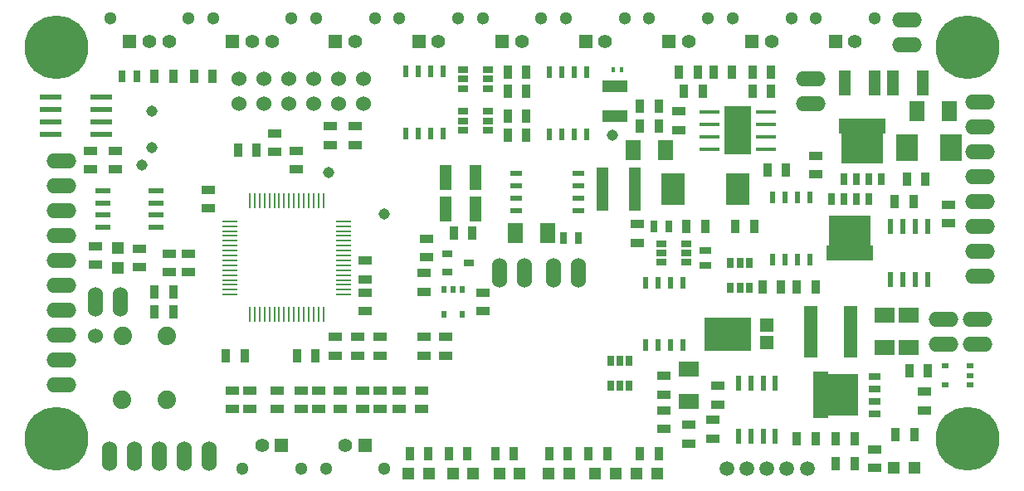
<source format=gts>
G04 (created by PCBNEW (2013-07-07 BZR 4022)-stable) date 1/13/2014 2:37:43 PM*
%MOIN*%
G04 Gerber Fmt 3.4, Leading zero omitted, Abs format*
%FSLAX34Y34*%
G01*
G70*
G90*
G04 APERTURE LIST*
%ADD10C,0.00590551*%
%ADD11O,0.12X0.06*%
%ADD12R,0.05X0.1*%
%ADD13R,0.08X0.06*%
%ADD14R,0.035X0.055*%
%ADD15R,0.055X0.035*%
%ADD16R,0.06X0.08*%
%ADD17R,0.0944882X0.125984*%
%ADD18R,0.0472X0.0472*%
%ADD19R,0.0551181X0.0551181*%
%ADD20C,0.0511811*%
%ADD21C,0.0551181*%
%ADD22O,0.06X0.12*%
%ADD23R,0.025X0.045*%
%ADD24C,0.06*%
%ADD25R,0.0562992X0.209843*%
%ADD26R,0.0464567X0.173228*%
%ADD27R,0.0866X0.0236*%
%ADD28R,0.059X0.011*%
%ADD29R,0.011X0.059*%
%ADD30R,0.1X0.05*%
%ADD31R,0.0157X0.0236*%
%ADD32R,0.03X0.02*%
%ADD33R,0.02X0.045*%
%ADD34C,0.0590551*%
%ADD35R,0.023622X0.0629921*%
%ADD36R,0.0629921X0.023622*%
%ADD37R,0.191339X0.132283*%
%ADD38C,0.255906*%
%ADD39R,0.0394X0.0315*%
%ADD40R,0.106299X0.192913*%
%ADD41C,0.023622*%
%ADD42C,0.0255906*%
%ADD43R,0.0846457X0.0177165*%
%ADD44R,0.185039X0.0590551*%
%ADD45R,0.165354X0.122047*%
%ADD46R,0.0275591X0.0452756*%
%ADD47R,0.02X0.03*%
%ADD48R,0.085X0.107992*%
%ADD49R,0.045X0.025*%
%ADD50C,0.074*%
%ADD51C,0.045*%
%ADD52R,0.0590551X0.185039*%
%ADD53R,0.122047X0.165354*%
%ADD54R,0.0452756X0.0275591*%
%ADD55R,0.045X0.02*%
%ADD56R,0.0394X0.0276*%
%ADD57R,0.0276X0.0394*%
G04 APERTURE END LIST*
G54D10*
G54D11*
X39566Y-12114D03*
X39566Y-11114D03*
G54D12*
X42850Y-11275D03*
X44050Y-11275D03*
G54D13*
X34645Y-22775D03*
X34645Y-24075D03*
G54D14*
X32695Y-12204D03*
X33445Y-12204D03*
X39745Y-25590D03*
X38995Y-25590D03*
G54D15*
X39763Y-14191D03*
X39763Y-14941D03*
X34251Y-13170D03*
X34251Y-12420D03*
G54D14*
X43522Y-22834D03*
X44272Y-22834D03*
G54D12*
X42125Y-11275D03*
X40925Y-11275D03*
G54D14*
X41319Y-25590D03*
X40569Y-25590D03*
X37813Y-14763D03*
X38563Y-14763D03*
X39745Y-19488D03*
X38995Y-19488D03*
G54D16*
X33720Y-13976D03*
X32420Y-13976D03*
G54D14*
X13207Y-20472D03*
X13957Y-20472D03*
G54D15*
X15354Y-16319D03*
X15354Y-15569D03*
X14566Y-18878D03*
X14566Y-18128D03*
G54D14*
X42932Y-16043D03*
X43682Y-16043D03*
X16062Y-22244D03*
X16812Y-22244D03*
G54D15*
X17027Y-23640D03*
X17027Y-24390D03*
X18110Y-23640D03*
X18110Y-24390D03*
X19094Y-23640D03*
X19094Y-24390D03*
G54D14*
X25215Y-17322D03*
X25965Y-17322D03*
G54D15*
X18011Y-13306D03*
X18011Y-14056D03*
G54D14*
X19666Y-22244D03*
X18916Y-22244D03*
G54D15*
X21555Y-23640D03*
X21555Y-24390D03*
X18897Y-13995D03*
X18897Y-14745D03*
X21653Y-18424D03*
X21653Y-19174D03*
X11614Y-14745D03*
X11614Y-13995D03*
X24015Y-19666D03*
X24015Y-18916D03*
G54D17*
X36614Y-15551D03*
X34015Y-15551D03*
G54D18*
X32559Y-26968D03*
X33385Y-26968D03*
X30886Y-26968D03*
X31712Y-26968D03*
X29842Y-26968D03*
X29016Y-26968D03*
X24231Y-26968D03*
X23405Y-26968D03*
X26003Y-26968D03*
X25177Y-26968D03*
X27873Y-26968D03*
X27047Y-26968D03*
X11712Y-17894D03*
X11712Y-18720D03*
G54D19*
X12204Y-9606D03*
G54D20*
X11417Y-8661D03*
G54D21*
X12992Y-9606D03*
X13779Y-9606D03*
G54D20*
X14566Y-8661D03*
G54D19*
X16338Y-9606D03*
G54D20*
X15551Y-8661D03*
G54D21*
X17125Y-9606D03*
X17913Y-9606D03*
G54D20*
X18700Y-8661D03*
X26377Y-8661D03*
G54D19*
X27165Y-9606D03*
G54D21*
X27952Y-9606D03*
G54D20*
X28740Y-8661D03*
X29724Y-8661D03*
G54D19*
X30511Y-9606D03*
G54D21*
X31299Y-9606D03*
G54D20*
X32086Y-8661D03*
X19685Y-8661D03*
G54D19*
X20472Y-9606D03*
G54D21*
X21259Y-9606D03*
G54D20*
X22047Y-8661D03*
X23031Y-8661D03*
G54D19*
X23818Y-9606D03*
G54D21*
X24606Y-9606D03*
G54D20*
X25393Y-8661D03*
X33070Y-8661D03*
G54D19*
X33858Y-9606D03*
G54D21*
X34645Y-9606D03*
G54D20*
X35433Y-8661D03*
X19094Y-26771D03*
G54D19*
X18307Y-25826D03*
G54D21*
X17519Y-25826D03*
G54D20*
X16732Y-26771D03*
X22440Y-26771D03*
G54D19*
X21653Y-25826D03*
G54D21*
X20866Y-25826D03*
G54D20*
X20078Y-26771D03*
G54D11*
X44881Y-21759D03*
X44881Y-20759D03*
X43425Y-8751D03*
X43425Y-9751D03*
G54D22*
X28059Y-18897D03*
X27059Y-18897D03*
X29224Y-18897D03*
X30224Y-18897D03*
G54D23*
X11904Y-11023D03*
X12504Y-11023D03*
G54D24*
X10826Y-21456D03*
G54D22*
X11818Y-20078D03*
X10818Y-20078D03*
G54D25*
X39566Y-21259D03*
X41157Y-21259D03*
G54D26*
X32480Y-15551D03*
X31177Y-15551D03*
G54D14*
X34270Y-10826D03*
X35020Y-10826D03*
G54D15*
X44133Y-23680D03*
X44133Y-24430D03*
X21653Y-20453D03*
X21653Y-19703D03*
G54D14*
X33445Y-12992D03*
X32695Y-12992D03*
X37284Y-17027D03*
X36534Y-17027D03*
X41319Y-26574D03*
X40569Y-26574D03*
X37973Y-10826D03*
X37223Y-10826D03*
G54D15*
X33661Y-24428D03*
X33661Y-25178D03*
G54D14*
X37973Y-11614D03*
X37223Y-11614D03*
X42965Y-25400D03*
X43715Y-25400D03*
G54D15*
X33661Y-23800D03*
X33661Y-23050D03*
X34645Y-25768D03*
X34645Y-25018D03*
X42125Y-26002D03*
X42125Y-26752D03*
X35629Y-25571D03*
X35629Y-24821D03*
G54D14*
X38367Y-19488D03*
X37617Y-19488D03*
X34467Y-11614D03*
X35217Y-11614D03*
X35648Y-10826D03*
X36398Y-10826D03*
X33445Y-26181D03*
X32695Y-26181D03*
G54D15*
X32578Y-17697D03*
X32578Y-16947D03*
G54D14*
X31378Y-26181D03*
X30628Y-26181D03*
X35315Y-17027D03*
X34565Y-17027D03*
X29054Y-26181D03*
X29804Y-26181D03*
X13957Y-19685D03*
X13207Y-19685D03*
G54D15*
X13779Y-18878D03*
X13779Y-18128D03*
G54D14*
X23443Y-26181D03*
X24193Y-26181D03*
X25018Y-26181D03*
X25768Y-26181D03*
X26888Y-26181D03*
X27638Y-26181D03*
X17304Y-13976D03*
X16554Y-13976D03*
X15532Y-11023D03*
X14782Y-11023D03*
X13207Y-11023D03*
X13957Y-11023D03*
G54D15*
X21259Y-13760D03*
X21259Y-13010D03*
X20275Y-13760D03*
X20275Y-13010D03*
X10629Y-14745D03*
X10629Y-13995D03*
X24015Y-21475D03*
X24015Y-22225D03*
X16338Y-23640D03*
X16338Y-24390D03*
X24901Y-21475D03*
X24901Y-22225D03*
X23917Y-23640D03*
X23917Y-24390D03*
X12598Y-17932D03*
X12598Y-18682D03*
X20669Y-24390D03*
X20669Y-23640D03*
X19783Y-23640D03*
X19783Y-24390D03*
X10826Y-18583D03*
X10826Y-17833D03*
G54D14*
X43424Y-15157D03*
X44174Y-15157D03*
G54D15*
X22244Y-23640D03*
X22244Y-24390D03*
G54D27*
X11073Y-13350D03*
X11073Y-12850D03*
X11073Y-12350D03*
X11073Y-11850D03*
X9027Y-11850D03*
X9027Y-12350D03*
X9027Y-12850D03*
X9027Y-13350D03*
G54D28*
X16220Y-16831D03*
X16220Y-17028D03*
X16220Y-17225D03*
X16220Y-17422D03*
X16220Y-17619D03*
X16220Y-17815D03*
X16220Y-18012D03*
X16220Y-18209D03*
X16220Y-18405D03*
X16220Y-18602D03*
X16220Y-18799D03*
X16220Y-18995D03*
X16220Y-19192D03*
X16220Y-19389D03*
X16220Y-19586D03*
X16220Y-19783D03*
G54D29*
X17027Y-20590D03*
X17224Y-20590D03*
X17421Y-20590D03*
X17618Y-20590D03*
X17815Y-20590D03*
X18011Y-20590D03*
X18208Y-20590D03*
X18405Y-20590D03*
X18601Y-20590D03*
X18798Y-20590D03*
X18995Y-20590D03*
X19191Y-20590D03*
X19388Y-20590D03*
X19585Y-20590D03*
X19782Y-20590D03*
X19979Y-20590D03*
G54D28*
X20786Y-19783D03*
X20786Y-19586D03*
X20786Y-19389D03*
X20786Y-19192D03*
X20786Y-18995D03*
X20786Y-18799D03*
X20786Y-18602D03*
X20786Y-18405D03*
X20786Y-18209D03*
X20786Y-18012D03*
X20786Y-17815D03*
X20786Y-17619D03*
X20786Y-17422D03*
X20786Y-17225D03*
X20786Y-17028D03*
X20786Y-16831D03*
G54D29*
X19979Y-16024D03*
X19782Y-16024D03*
X19585Y-16024D03*
X19388Y-16024D03*
X19191Y-16024D03*
X18995Y-16024D03*
X18798Y-16024D03*
X18601Y-16024D03*
X18405Y-16024D03*
X18208Y-16024D03*
X18011Y-16024D03*
X17815Y-16024D03*
X17618Y-16024D03*
X17421Y-16024D03*
X17224Y-16024D03*
X17027Y-16024D03*
G54D15*
X35826Y-23443D03*
X35826Y-24193D03*
G54D13*
X43503Y-20609D03*
X43503Y-21909D03*
X42519Y-20609D03*
X42519Y-21909D03*
G54D12*
X24892Y-15059D03*
X26092Y-15059D03*
X26092Y-16338D03*
X24892Y-16338D03*
G54D30*
X31692Y-11407D03*
X31692Y-12607D03*
G54D18*
X43733Y-26740D03*
X42907Y-26740D03*
G54D23*
X30221Y-17519D03*
X29621Y-17519D03*
G54D31*
X31968Y-10728D03*
X31614Y-10728D03*
G54D15*
X24114Y-18288D03*
X24114Y-17538D03*
G54D32*
X45972Y-23406D03*
X45972Y-22656D03*
X44972Y-23406D03*
X45972Y-23031D03*
X44972Y-22656D03*
G54D33*
X38029Y-15875D03*
X38529Y-15875D03*
X39029Y-15875D03*
X39529Y-15875D03*
X39529Y-18375D03*
X39029Y-18375D03*
X38529Y-18375D03*
X38029Y-18375D03*
G54D16*
X45138Y-12401D03*
X43838Y-12401D03*
G54D34*
X37007Y-26771D03*
X37795Y-26771D03*
X38582Y-26771D03*
X36181Y-26771D03*
X39409Y-26771D03*
G54D35*
X36663Y-23346D03*
X36663Y-25472D03*
X37155Y-23346D03*
X37647Y-23346D03*
X38139Y-23346D03*
X37155Y-25472D03*
X37647Y-25472D03*
X38139Y-25472D03*
X42765Y-17047D03*
X42765Y-19173D03*
X43257Y-17047D03*
X43750Y-17047D03*
X44242Y-17047D03*
X43257Y-19173D03*
X43750Y-19173D03*
X44242Y-19173D03*
G54D36*
X13267Y-15600D03*
X11141Y-15600D03*
X13267Y-16092D03*
X13267Y-16584D03*
X13267Y-17076D03*
X11141Y-16092D03*
X11141Y-16584D03*
X11141Y-17076D03*
G54D20*
X36417Y-8661D03*
G54D19*
X37204Y-9606D03*
G54D21*
X37992Y-9606D03*
G54D20*
X38779Y-8661D03*
X39763Y-8661D03*
G54D19*
X40551Y-9606D03*
G54D21*
X41338Y-9606D03*
G54D20*
X42125Y-8661D03*
G54D19*
X37788Y-21720D03*
X37788Y-20996D03*
G54D37*
X36220Y-21358D03*
G54D15*
X22244Y-21475D03*
X22244Y-22225D03*
X23031Y-24390D03*
X23031Y-23640D03*
G54D38*
X45866Y-9842D03*
X45866Y-25590D03*
X9251Y-9842D03*
X9251Y-25590D03*
G54D39*
X25826Y-18503D03*
X24960Y-18878D03*
X24960Y-18128D03*
G54D40*
X36614Y-13188D03*
G54D41*
X36870Y-13188D03*
G54D42*
X36358Y-13188D03*
X36870Y-13700D03*
X36358Y-13700D03*
X36358Y-12677D03*
X36870Y-12677D03*
G54D43*
X37746Y-13938D03*
X37746Y-13438D03*
X37746Y-12938D03*
X37746Y-12438D03*
X35482Y-12438D03*
X35482Y-12938D03*
X35482Y-13438D03*
X35482Y-13938D03*
G54D15*
X45078Y-16910D03*
X45078Y-16160D03*
X21358Y-21475D03*
X21358Y-22225D03*
X20472Y-21475D03*
X20472Y-22225D03*
G54D11*
X46259Y-21759D03*
X46259Y-20759D03*
G54D44*
X41633Y-12992D03*
G54D45*
X41633Y-13897D03*
G54D46*
X40885Y-15147D03*
X41385Y-15147D03*
X41885Y-15147D03*
X42385Y-15147D03*
G54D44*
X41141Y-18110D03*
G54D45*
X41141Y-17204D03*
G54D46*
X41889Y-15954D03*
X41389Y-15954D03*
X40889Y-15954D03*
X40389Y-15954D03*
G54D15*
X26377Y-20453D03*
X26377Y-19703D03*
G54D16*
X28996Y-17322D03*
X27696Y-17322D03*
G54D47*
X25571Y-19578D03*
X24821Y-19578D03*
X25571Y-20578D03*
X25196Y-19578D03*
X24821Y-20578D03*
G54D48*
X45177Y-13877D03*
X43437Y-13877D03*
G54D23*
X33262Y-17027D03*
X33862Y-17027D03*
G54D49*
X35334Y-18007D03*
X35334Y-18607D03*
G54D50*
X11905Y-24015D03*
X11910Y-21457D03*
X13685Y-24015D03*
X13680Y-21457D03*
G54D51*
X13090Y-12401D03*
X13090Y-13877D03*
X12696Y-14566D03*
X22440Y-16535D03*
X20177Y-14862D03*
X31594Y-13385D03*
G54D52*
X39960Y-23818D03*
G54D53*
X40866Y-23818D03*
G54D54*
X42116Y-24566D03*
X42116Y-24066D03*
X42116Y-23566D03*
X42116Y-23066D03*
G54D14*
X28130Y-10826D03*
X27380Y-10826D03*
X28130Y-11614D03*
X27380Y-11614D03*
X28130Y-12598D03*
X27380Y-12598D03*
X28130Y-13385D03*
X27380Y-13385D03*
G54D33*
X29072Y-10856D03*
X29572Y-10856D03*
X30072Y-10856D03*
X30572Y-10856D03*
X30572Y-13356D03*
X30072Y-13356D03*
X29572Y-13356D03*
X29072Y-13356D03*
X23305Y-10797D03*
X23805Y-10797D03*
X24305Y-10797D03*
X24805Y-10797D03*
X24805Y-13297D03*
X24305Y-13297D03*
X23805Y-13297D03*
X23305Y-13297D03*
G54D55*
X27726Y-16419D03*
X27726Y-15919D03*
X27726Y-15419D03*
X27726Y-14919D03*
X30226Y-14919D03*
X30226Y-15419D03*
X30226Y-15919D03*
X30226Y-16419D03*
G54D33*
X32911Y-19320D03*
X33411Y-19320D03*
X33911Y-19320D03*
X34411Y-19320D03*
X34411Y-21820D03*
X33911Y-21820D03*
X33411Y-21820D03*
X32911Y-21820D03*
G54D56*
X33555Y-18485D03*
X33555Y-18110D03*
X33555Y-17735D03*
X34555Y-17735D03*
X34555Y-18110D03*
X34555Y-18485D03*
G54D57*
X32264Y-23433D03*
X31889Y-23433D03*
X31514Y-23433D03*
X31514Y-22433D03*
X31889Y-22433D03*
X32264Y-22433D03*
G54D56*
X26582Y-10747D03*
X26582Y-11122D03*
X26582Y-11497D03*
X25582Y-11497D03*
X25582Y-11122D03*
X25582Y-10747D03*
X26582Y-12420D03*
X26582Y-12795D03*
X26582Y-13170D03*
X25582Y-13170D03*
X25582Y-12795D03*
X25582Y-12420D03*
G54D57*
X37087Y-19496D03*
X36712Y-19496D03*
X36337Y-19496D03*
X36337Y-18496D03*
X36712Y-18496D03*
X37087Y-18496D03*
G54D11*
X9448Y-23397D03*
X9448Y-22397D03*
X9448Y-21397D03*
X9448Y-20397D03*
X9448Y-19397D03*
X9448Y-18397D03*
X9448Y-17397D03*
X9448Y-16397D03*
X9448Y-15397D03*
X9448Y-14397D03*
G54D22*
X11385Y-26279D03*
X12385Y-26279D03*
X13385Y-26279D03*
X14385Y-26279D03*
X15385Y-26279D03*
G54D11*
X46358Y-12051D03*
X46358Y-13051D03*
X46358Y-14051D03*
X46358Y-15051D03*
X46358Y-16051D03*
X46358Y-17051D03*
X46358Y-18051D03*
X46358Y-19051D03*
G54D24*
X21594Y-11114D03*
X21594Y-12114D03*
X20594Y-11114D03*
X20594Y-12114D03*
X19594Y-11114D03*
X19594Y-12114D03*
X18594Y-11114D03*
X18594Y-12114D03*
X17594Y-11114D03*
X17594Y-12114D03*
X16594Y-11114D03*
X16594Y-12114D03*
M02*

</source>
